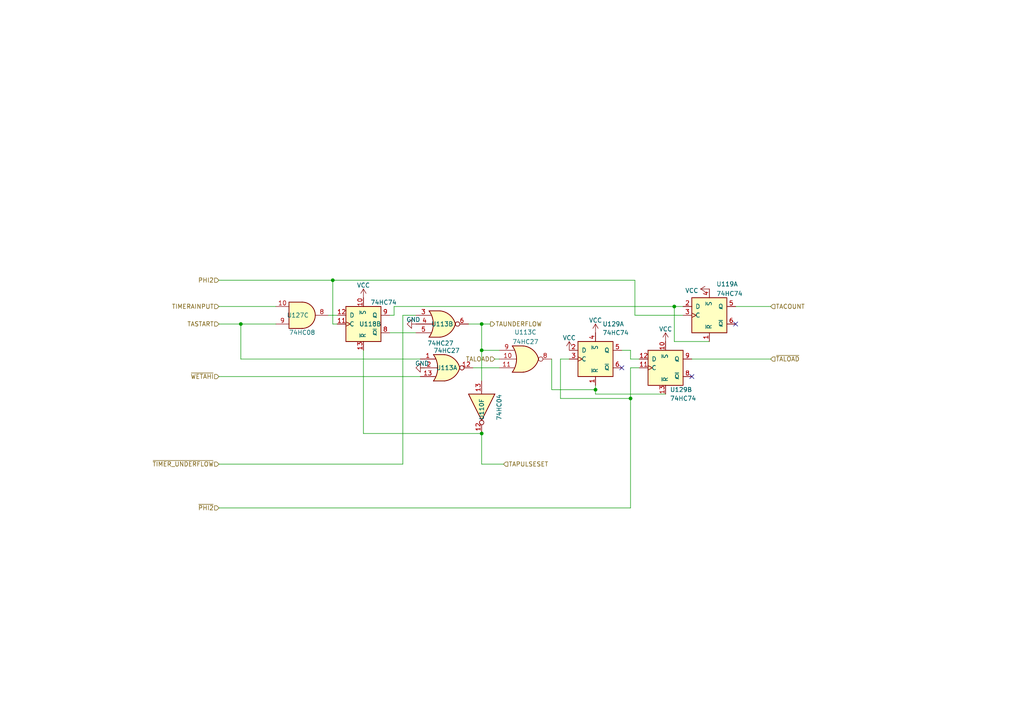
<source format=kicad_sch>
(kicad_sch (version 20211123) (generator eeschema)
  (paper "A4")
  (title_block (title "74HCT6526 Board 1") (date "2023-06-22") (rev "0.2.2") (company "Daniel Molina") (comment 1 "https://github.com/dmolinagarcia/74HCT6526"))
  (lib_symbols
    (symbol "74xx:74HC04"
      (property "Reference" "U" (at 0 1.27 0))
      (property "Value" "74HC04" (at 0 -1.27 0))
      (symbol "74HC04_1_0"
        (polyline (pts (xy -3.81 3.81) (xy -3.81 -3.81) (xy 3.81 0) (xy -3.81 3.81)) (stroke (width 0.254)) (fill (type background)))
        (pin input line (at -7.62 0 0) (length 3.81) (name "~") (number "1"))
        (pin output inverted (at 7.62 0 180) (length 3.81) (name "~") (number "2"))
      )
      (symbol "74HC04_2_0"
        (polyline (pts (xy -3.81 3.81) (xy -3.81 -3.81) (xy 3.81 0) (xy -3.81 3.81)) (stroke (width 0.254)) (fill (type background)))
        (pin input line (at -7.62 0 0) (length 3.81) (name "~") (number "3"))
        (pin output inverted (at 7.62 0 180) (length 3.81) (name "~") (number "4"))
      )
      (symbol "74HC04_3_0"
        (polyline (pts (xy -3.81 3.81) (xy -3.81 -3.81) (xy 3.81 0) (xy -3.81 3.81)) (stroke (width 0.254)) (fill (type background)))
        (pin input line (at -7.62 0 0) (length 3.81) (name "~") (number "5"))
        (pin output inverted (at 7.62 0 180) (length 3.81) (name "~") (number "6"))
      )
      (symbol "74HC04_4_0"
        (polyline (pts (xy -3.81 3.81) (xy -3.81 -3.81) (xy 3.81 0) (xy -3.81 3.81)) (stroke (width 0.254)) (fill (type background)))
        (pin output inverted (at 7.62 0 180) (length 3.81) (name "~") (number "8"))
        (pin input line (at -7.62 0 0) (length 3.81) (name "~") (number "9"))
      )
      (symbol "74HC04_5_0"
        (polyline (pts (xy -3.81 3.81) (xy -3.81 -3.81) (xy 3.81 0) (xy -3.81 3.81)) (stroke (width 0.254)) (fill (type background)))
        (pin output inverted (at 7.62 0 180) (length 3.81) (name "~") (number "10"))
        (pin input line (at -7.62 0 0) (length 3.81) (name "~") (number "11"))
      )
      (symbol "74HC04_6_0"
        (polyline (pts (xy -3.81 3.81) (xy -3.81 -3.81) (xy 3.81 0) (xy -3.81 3.81)) (stroke (width 0.254)) (fill (type background)))
        (pin output inverted (at 7.62 0 180) (length 3.81) (name "~") (number "12"))
        (pin input line (at -7.62 0 0) (length 3.81) (name "~") (number "13"))
      )
      (symbol "74HC04_7_0"
        (pin power_in line (at 0 12.7 270) (length 5.08) (name "VCC") (number "14"))
        (pin power_in line (at 0 -12.7 90) (length 5.08) (name "GND") (number "7"))
      )
      (symbol "74HC04_7_1"
        (rectangle (start -5.08 7.62) (end 5.08 -7.62) (stroke (width 0.254)) (fill (type background)))
      )
    )
    (symbol "74xx:74HC74" (pin_names (offset 1.016))
      (property "Reference" "U" (at -7.62 8.89 0))
      (property "Value" "74HC74" (at -7.62 -8.89 0))
      (symbol "74HC74_1_0"
        (pin input line (at 0 -7.62 90) (length 2.54) (name "~{R}") (number "1"))
        (pin input line (at -7.62 2.54 0) (length 2.54) (name "D") (number "2"))
        (pin input clock (at -7.62 0 0) (length 2.54) (name "C") (number "3"))
        (pin input line (at 0 7.62 270) (length 2.54) (name "~{S}") (number "4"))
        (pin output line (at 7.62 2.54 180) (length 2.54) (name "Q") (number "5"))
        (pin output line (at 7.62 -2.54 180) (length 2.54) (name "~{Q}") (number "6"))
      )
      (symbol "74HC74_1_1"
        (rectangle (start -5.08 5.08) (end 5.08 -5.08) (stroke (width 0.254)) (fill (type background)))
      )
      (symbol "74HC74_2_0"
        (pin input line (at 0 7.62 270) (length 2.54) (name "~{S}") (number "10"))
        (pin input clock (at -7.62 0 0) (length 2.54) (name "C") (number "11"))
        (pin input line (at -7.62 2.54 0) (length 2.54) (name "D") (number "12"))
        (pin input line (at 0 -7.62 90) (length 2.54) (name "~{R}") (number "13"))
        (pin output line (at 7.62 -2.54 180) (length 2.54) (name "~{Q}") (number "8"))
        (pin output line (at 7.62 2.54 180) (length 2.54) (name "Q") (number "9"))
      )
      (symbol "74HC74_2_1"
        (rectangle (start -5.08 5.08) (end 5.08 -5.08) (stroke (width 0.254)) (fill (type background)))
      )
      (symbol "74HC74_3_0"
        (pin power_in line (at 0 10.16 270) (length 2.54) (name "VCC") (number "14"))
        (pin power_in line (at 0 -10.16 90) (length 2.54) (name "GND") (number "7"))
      )
      (symbol "74HC74_3_1"
        (rectangle (start -5.08 7.62) (end 5.08 -7.62) (stroke (width 0.254)) (fill (type background)))
      )
    )
    (symbol "74xx:74LS27" (pin_names (offset 1.016))
      (property "Reference" "U" (at 0 1.27 0))
      (property "Value" "74LS27" (at 0 -1.27 0))
      (symbol "74LS27_1_1"
        (arc (start -3.81 -3.81) (mid -2.589 0) (end -3.81 3.81) (stroke (width 0.254)))
        (arc (start -0.6096 -3.81) (mid 2.1855 -2.584) (end 3.81 0) (stroke (width 0.254)) (fill (type background)))
        (polyline (pts (xy -3.81 -3.81) (xy -0.635 -3.81)) (stroke (width 0.254)) (fill (type background)))
        (polyline (pts (xy -3.81 3.81) (xy -0.635 3.81)) (stroke (width 0.254)) (fill (type background)))
        (polyline (pts (xy -0.635 3.81) (xy -3.81 3.81) (xy -3.81 3.81) (xy -3.556 3.4036) (xy -3.0226 2.2606) (xy -2.6924 1.0414) (xy -2.6162 -0.254) (xy -2.7686 -1.4986) (xy -3.175 -2.7178) (xy -3.81 -3.81) (xy -3.81 -3.81) (xy -0.635 -3.81)) (stroke (width -25.4)) (fill (type background)))
        (arc (start 3.81 0) (mid 2.1928 2.5925) (end -0.6096 3.81) (stroke (width 0.254)) (fill (type background)))
        (pin input line (at -7.62 2.54 0) (length 4.318) (name "~") (number "1"))
        (pin output inverted (at 7.62 0 180) (length 3.81) (name "~") (number "12"))
        (pin input line (at -7.62 -2.54 0) (length 4.318) (name "~") (number "13"))
        (pin input line (at -7.62 0 0) (length 4.953) (name "~") (number "2"))
      )
      (symbol "74LS27_1_2"
        (arc (start 0 -3.81) (mid 3.81 0) (end 0 3.81) (stroke (width 0.254)) (fill (type background)))
        (polyline (pts (xy 0 3.81) (xy -3.81 3.81) (xy -3.81 -3.81) (xy 0 -3.81)) (stroke (width 0.254)) (fill (type background)))
        (pin input inverted (at -7.62 2.54 0) (length 3.81) (name "~") (number "1"))
        (pin output line (at 7.62 0 180) (length 3.81) (name "~") (number "12"))
        (pin input inverted (at -7.62 -2.54 0) (length 3.81) (name "~") (number "13"))
        (pin input inverted (at -7.62 0 0) (length 3.81) (name "~") (number "2"))
      )
      (symbol "74LS27_2_1"
        (arc (start -3.81 -3.81) (mid -2.589 0) (end -3.81 3.81) (stroke (width 0.254)))
        (arc (start -0.6096 -3.81) (mid 2.1855 -2.584) (end 3.81 0) (stroke (width 0.254)) (fill (type background)))
        (polyline (pts (xy -3.81 -3.81) (xy -0.635 -3.81)) (stroke (width 0.254)) (fill (type background)))
        (polyline (pts (xy -3.81 3.81) (xy -0.635 3.81)) (stroke (width 0.254)) (fill (type background)))
        (polyline (pts (xy -0.635 3.81) (xy -3.81 3.81) (xy -3.81 3.81) (xy -3.556 3.4036) (xy -3.0226 2.2606) (xy -2.6924 1.0414) (xy -2.6162 -0.254) (xy -2.7686 -1.4986) (xy -3.175 -2.7178) (xy -3.81 -3.81) (xy -3.81 -3.81) (xy -0.635 -3.81)) (stroke (width -25.4)) (fill (type background)))
        (arc (start 3.81 0) (mid 2.1928 2.5925) (end -0.6096 3.81) (stroke (width 0.254)) (fill (type background)))
        (pin input line (at -7.62 2.54 0) (length 4.318) (name "~") (number "3"))
        (pin input line (at -7.62 0 0) (length 4.953) (name "~") (number "4"))
        (pin input line (at -7.62 -2.54 0) (length 4.318) (name "~") (number "5"))
        (pin output inverted (at 7.62 0 180) (length 3.81) (name "~") (number "6"))
      )
      (symbol "74LS27_2_2"
        (arc (start 0 -3.81) (mid 3.81 0) (end 0 3.81) (stroke (width 0.254)) (fill (type background)))
        (polyline (pts (xy 0 3.81) (xy -3.81 3.81) (xy -3.81 -3.81) (xy 0 -3.81)) (stroke (width 0.254)) (fill (type background)))
        (pin input inverted (at -7.62 2.54 0) (length 3.81) (name "~") (number "3"))
        (pin input inverted (at -7.62 0 0) (length 3.81) (name "~") (number "4"))
        (pin input inverted (at -7.62 -2.54 0) (length 3.81) (name "~") (number "5"))
        (pin output line (at 7.62 0 180) (length 3.81) (name "~") (number "6"))
      )
      (symbol "74LS27_3_1"
        (arc (start -3.81 -3.81) (mid -2.589 0) (end -3.81 3.81) (stroke (width 0.254)))
        (arc (start -0.6096 -3.81) (mid 2.1855 -2.584) (end 3.81 0) (stroke (width 0.254)) (fill (type background)))
        (polyline (pts (xy -3.81 -3.81) (xy -0.635 -3.81)) (stroke (width 0.254)) (fill (type background)))
        (polyline (pts (xy -3.81 3.81) (xy -0.635 3.81)) (stroke (width 0.254)) (fill (type background)))
        (polyline (pts (xy -0.635 3.81) (xy -3.81 3.81) (xy -3.81 3.81) (xy -3.556 3.4036) (xy -3.0226 2.2606) (xy -2.6924 1.0414) (xy -2.6162 -0.254) (xy -2.7686 -1.4986) (xy -3.175 -2.7178) (xy -3.81 -3.81) (xy -3.81 -3.81) (xy -0.635 -3.81)) (stroke (width -25.4)) (fill (type background)))
        (arc (start 3.81 0) (mid 2.1928 2.5925) (end -0.6096 3.81) (stroke (width 0.254)) (fill (type background)))
        (pin input line (at -7.62 0 0) (length 4.953) (name "~") (number "10"))
        (pin input line (at -7.62 -2.54 0) (length 4.318) (name "~") (number "11"))
        (pin output inverted (at 7.62 0 180) (length 3.81) (name "~") (number "8"))
        (pin input line (at -7.62 2.54 0) (length 4.318) (name "~") (number "9"))
      )
      (symbol "74LS27_3_2"
        (arc (start 0 -3.81) (mid 3.81 0) (end 0 3.81) (stroke (width 0.254)) (fill (type background)))
        (polyline (pts (xy 0 3.81) (xy -3.81 3.81) (xy -3.81 -3.81) (xy 0 -3.81)) (stroke (width 0.254)) (fill (type background)))
        (pin input inverted (at -7.62 0 0) (length 3.81) (name "~") (number "10"))
        (pin input inverted (at -7.62 -2.54 0) (length 3.81) (name "~") (number "11"))
        (pin output line (at 7.62 0 180) (length 3.81) (name "~") (number "8"))
        (pin input inverted (at -7.62 2.54 0) (length 3.81) (name "~") (number "9"))
      )
      (symbol "74LS27_4_0"
        (pin power_in line (at 0 12.7 270) (length 5.08) (name "VCC") (number "14"))
        (pin power_in line (at 0 -12.7 90) (length 5.08) (name "GND") (number "7"))
      )
      (symbol "74LS27_4_1"
        (rectangle (start -5.08 7.62) (end 5.08 -7.62) (stroke (width 0.254)) (fill (type background)))
      )
    )
    (symbol "Custom 74xx:74HC08" (pin_names (offset 1.016))
      (property "Reference" "U" (at 0 1.27 0))
      (property "Value" "74HC08" (at 0 -1.27 0))
      (symbol "74HC08_1_1"
        (arc (start 0 -3.81) (mid 3.81 0) (end 0 3.81) (stroke (width 0.254)) (fill (type background)))
        (polyline (pts (xy 0 3.81) (xy -3.81 3.81) (xy -3.81 -3.81) (xy 0 -3.81)) (stroke (width 0.254)) (fill (type background)))
        (pin input line (at -7.62 2.54 0) (length 3.81) (name "~") (number "1"))
        (pin input line (at -7.62 -2.54 0) (length 3.81) (name "~") (number "2"))
        (pin output line (at 7.62 0 180) (length 3.81) (name "~") (number "3"))
      )
      (symbol "74HC08_1_2"
        (arc (start -3.81 -3.81) (mid -2.589 0) (end -3.81 3.81) (stroke (width 0.254)))
        (arc (start -0.6096 -3.81) (mid 2.1855 -2.584) (end 3.81 0) (stroke (width 0.254)) (fill (type background)))
        (polyline (pts (xy -3.81 -3.81) (xy -0.635 -3.81)) (stroke (width 0.254)) (fill (type background)))
        (polyline (pts (xy -3.81 3.81) (xy -0.635 3.81)) (stroke (width 0.254)) (fill (type background)))
        (polyline (pts (xy -0.635 3.81) (xy -3.81 3.81) (xy -3.81 3.81) (xy -3.556 3.4036) (xy -3.0226 2.2606) (xy -2.6924 1.0414) (xy -2.6162 -0.254) (xy -2.7686 -1.4986) (xy -3.175 -2.7178) (xy -3.81 -3.81) (xy -3.81 -3.81) (xy -0.635 -3.81)) (stroke (width -25.4)) (fill (type background)))
        (arc (start 3.81 0) (mid 2.1928 2.5925) (end -0.6096 3.81) (stroke (width 0.254)) (fill (type background)))
        (pin input inverted (at -7.62 2.54 0) (length 4.318) (name "~") (number "1"))
        (pin input inverted (at -7.62 -2.54 0) (length 4.318) (name "~") (number "2"))
        (pin output line (at 7.62 0 180) (length 3.81) (name "~") (number "3"))
      )
      (symbol "74HC08_2_1"
        (arc (start 0 -3.81) (mid 3.81 0) (end 0 3.81) (stroke (width 0.254)) (fill (type background)))
        (polyline (pts (xy 0 3.81) (xy -3.81 3.81) (xy -3.81 -3.81) (xy 0 -3.81)) (stroke (width 0.254)) (fill (type background)))
        (pin input line (at -7.62 2.54 0) (length 3.81) (name "~") (number "4"))
        (pin input line (at -7.62 -2.54 0) (length 3.81) (name "~") (number "5"))
        (pin output line (at 7.62 0 180) (length 3.81) (name "~") (number "6"))
      )
      (symbol "74HC08_2_2"
        (arc (start -3.81 -3.81) (mid -2.589 0) (end -3.81 3.81) (stroke (width 0.254)))
        (arc (start -0.6096 -3.81) (mid 2.1855 -2.584) (end 3.81 0) (stroke (width 0.254)) (fill (type background)))
        (polyline (pts (xy -3.81 -3.81) (xy -0.635 -3.81)) (stroke (width 0.254)) (fill (type background)))
        (polyline (pts (xy -3.81 3.81) (xy -0.635 3.81)) (stroke (width 0.254)) (fill (type background)))
        (polyline (pts (xy -0.635 3.81) (xy -3.81 3.81) (xy -3.81 3.81) (xy -3.556 3.4036) (xy -3.0226 2.2606) (xy -2.6924 1.0414) (xy -2.6162 -0.254) (xy -2.7686 -1.4986) (xy -3.175 -2.7178) (xy -3.81 -3.81) (xy -3.81 -3.81) (xy -0.635 -3.81)) (stroke (width -25.4)) (fill (type background)))
        (arc (start 3.81 0) (mid 2.1928 2.5925) (end -0.6096 3.81) (stroke (width 0.254)) (fill (type background)))
        (pin input inverted (at -7.62 2.54 0) (length 4.318) (name "~") (number "4"))
        (pin input inverted (at -7.62 -2.54 0) (length 4.318) (name "~") (number "5"))
        (pin output line (at 7.62 0 180) (length 3.81) (name "~") (number "6"))
      )
      (symbol "74HC08_3_1"
        (arc (start 0 -3.81) (mid 3.81 0) (end 0 3.81) (stroke (width 0.254)) (fill (type background)))
        (polyline (pts (xy 0 3.81) (xy -3.81 3.81) (xy -3.81 -3.81) (xy 0 -3.81)) (stroke (width 0.254)) (fill (type background)))
        (pin input line (at -7.62 -2.54 0) (length 3.81) (name "~") (number "10"))
        (pin output line (at 7.62 0 180) (length 3.81) (name "~") (number "8"))
        (pin input line (at -7.62 2.54 0) (length 3.81) (name "~") (number "9"))
      )
      (symbol "74HC08_3_2"
        (arc (start -3.81 -3.81) (mid -2.589 0) (end -3.81 3.81) (stroke (width 0.254)))
        (arc (start -0.6096 -3.81) (mid 2.1855 -2.584) (end 3.81 0) (stroke (width 0.254)) (fill (type background)))
        (polyline (pts (xy -3.81 -3.81) (xy -0.635 -3.81)) (stroke (width 0.254)) (fill (type background)))
        (polyline (pts (xy -3.81 3.81) (xy -0.635 3.81)) (stroke (width 0.254)) (fill (type background)))
        (polyline (pts (xy -0.635 3.81) (xy -3.81 3.81) (xy -3.81 3.81) (xy -3.556 3.4036) (xy -3.0226 2.2606) (xy -2.6924 1.0414) (xy -2.6162 -0.254) (xy -2.7686 -1.4986) (xy -3.175 -2.7178) (xy -3.81 -3.81) (xy -3.81 -3.81) (xy -0.635 -3.81)) (stroke (width -25.4)) (fill (type background)))
        (arc (start 3.81 0) (mid 2.1928 2.5925) (end -0.6096 3.81) (stroke (width 0.254)) (fill (type background)))
        (pin input inverted (at -7.62 -2.54 0) (length 4.318) (name "~") (number "10"))
        (pin output line (at 7.62 0 180) (length 3.81) (name "~") (number "8"))
        (pin input inverted (at -7.62 2.54 0) (length 4.318) (name "~") (number "9"))
      )
      (symbol "74HC08_4_1"
        (arc (start 0 -3.81) (mid 3.81 0) (end 0 3.81) (stroke (width 0.254)) (fill (type background)))
        (polyline (pts (xy 0 3.81) (xy -3.81 3.81) (xy -3.81 -3.81) (xy 0 -3.81)) (stroke (width 0.254)) (fill (type background)))
        (pin output line (at 7.62 0 180) (length 3.81) (name "~") (number "11"))
        (pin input line (at -7.62 2.54 0) (length 3.81) (name "~") (number "12"))
        (pin input line (at -7.62 -2.54 0) (length 3.81) (name "~") (number "13"))
      )
      (symbol "74HC08_4_2"
        (arc (start -3.81 -3.81) (mid -2.589 0) (end -3.81 3.81) (stroke (width 0.254)))
        (arc (start -0.6096 -3.81) (mid 2.1855 -2.584) (end 3.81 0) (stroke (width 0.254)) (fill (type background)))
        (polyline (pts (xy -3.81 -3.81) (xy -0.635 -3.81)) (stroke (width 0.254)) (fill (type background)))
        (polyline (pts (xy -3.81 3.81) (xy -0.635 3.81)) (stroke (width 0.254)) (fill (type background)))
        (polyline (pts (xy -0.635 3.81) (xy -3.81 3.81) (xy -3.81 3.81) (xy -3.556 3.4036) (xy -3.0226 2.2606) (xy -2.6924 1.0414) (xy -2.6162 -0.254) (xy -2.7686 -1.4986) (xy -3.175 -2.7178) (xy -3.81 -3.81) (xy -3.81 -3.81) (xy -0.635 -3.81)) (stroke (width -25.4)) (fill (type background)))
        (arc (start 3.81 0) (mid 2.1928 2.5925) (end -0.6096 3.81) (stroke (width 0.254)) (fill (type background)))
        (pin output line (at 7.62 0 180) (length 3.81) (name "~") (number "11"))
        (pin input inverted (at -7.62 2.54 0) (length 4.318) (name "~") (number "12"))
        (pin input inverted (at -7.62 -2.54 0) (length 4.318) (name "~") (number "13"))
      )
      (symbol "74HC08_5_0"
        (pin power_in line (at 0 12.7 270) (length 5.08) (name "VCC") (number "14"))
        (pin power_in line (at 0 -12.7 90) (length 5.08) (name "GND") (number "7"))
      )
      (symbol "74HC08_5_1"
        (rectangle (start -5.08 7.62) (end 5.08 -7.62) (stroke (width 0.254)) (fill (type background)))
      )
    )
    (symbol "power:GND" (power) (pin_names (offset 0))
      (property "Value" "GND" (at 0 -3.81 0))
      (symbol "GND_0_1"
        (polyline (pts (xy 0 0) (xy 0 -1.27) (xy 1.27 -1.27) (xy 0 -2.54) (xy -1.27 -1.27) (xy 0 -1.27)))
      )
      (symbol "GND_1_1"
        (pin power_in line (at 0 0 270) (length 0) hide (name "GND") (number "1"))
      )
    )
    (symbol "power:VCC" (power) (pin_names (offset 0))
      (property "Value" "VCC" (at 0 3.81 0))
      (symbol "VCC_0_1"
        (polyline (pts (xy -0.762 1.27) (xy 0 2.54)))
        (polyline (pts (xy 0 0) (xy 0 2.54)))
        (polyline (pts (xy 0 2.54) (xy 0.762 1.27)))
      )
      (symbol "VCC_1_1"
        (pin power_in line (at 0 0 90) (length 0) hide (name "VCC") (number "1"))
      )
    )
  )
  (junction (at 195.58 88.9))
  (junction (at 96.52 81.28))
  (junction (at 182.88 115.57))
  (junction (at 139.7 93.98))
  (junction (at 139.7 101.6))
  (junction (at 172.72 113.03))
  (junction (at 69.85 93.98))
  (junction (at 139.7 125.73))
  (no_connect (at 213.36 93.98))
  (no_connect (at 180.34 106.68))
  (no_connect (at 200.66 109.22))
  (wire (pts (xy 180.34 101.6) (xy 182.88 101.6)))
  (wire (pts (xy 97.79 93.98) (xy 96.52 93.98)))
  (wire (pts (xy 162.56 115.57) (xy 182.88 115.57)))
  (wire (pts (xy 63.5 147.32) (xy 182.88 147.32)))
  (wire (pts (xy 139.7 134.62) (xy 146.05 134.62)))
  (wire (pts (xy 182.88 115.57) (xy 182.88 106.68)))
  (wire (pts (xy 162.56 104.14) (xy 165.1 104.14)))
  (wire (pts (xy 105.41 125.73) (xy 139.7 125.73)))
  (wire (pts (xy 121.92 106.68) (xy 123.19 106.68)))
  (wire (pts (xy 172.72 113.03) (xy 172.72 111.76)))
  (wire (pts (xy 139.7 101.6) (xy 139.7 93.98)))
  (wire (pts (xy 105.41 101.6) (xy 105.41 125.73)))
  (wire (pts (xy 182.88 104.14) (xy 185.42 104.14)))
  (wire (pts (xy 113.03 96.52) (xy 120.65 96.52)))
  (wire (pts (xy 160.02 113.03) (xy 172.72 113.03)))
  (wire (pts (xy 143.51 104.14) (xy 144.78 104.14)))
  (wire (pts (xy 162.56 115.57) (xy 162.56 104.14)))
  (wire (pts (xy 114.3 88.9) (xy 195.58 88.9)))
  (wire (pts (xy 95.25 91.44) (xy 97.79 91.44)))
  (wire (pts (xy 160.02 104.14) (xy 160.02 113.03)))
  (wire (pts (xy 63.5 81.28) (xy 96.52 81.28)))
  (wire (pts (xy 182.88 106.68) (xy 185.42 106.68)))
  (wire (pts (xy 96.52 93.98) (xy 96.52 81.28)))
  (wire (pts (xy 69.85 104.14) (xy 69.85 93.98)))
  (wire (pts (xy 96.52 81.28) (xy 184.15 81.28)))
  (wire (pts (xy 213.36 88.9) (xy 223.52 88.9)))
  (wire (pts (xy 172.72 114.3) (xy 172.72 113.03)))
  (wire (pts (xy 182.88 101.6) (xy 182.88 104.14)))
  (wire (pts (xy 116.84 91.44) (xy 120.65 91.44)))
  (wire (pts (xy 137.16 106.68) (xy 144.78 106.68)))
  (wire (pts (xy 135.89 93.98) (xy 139.7 93.98)))
  (wire (pts (xy 195.58 99.06) (xy 205.74 99.06)))
  (wire (pts (xy 121.92 104.14) (xy 69.85 104.14)))
  (wire (pts (xy 193.04 114.3) (xy 172.72 114.3)))
  (wire (pts (xy 139.7 101.6) (xy 139.7 110.49)))
  (wire (pts (xy 195.58 88.9) (xy 195.58 99.06)))
  (wire (pts (xy 139.7 93.98) (xy 142.24 93.98)))
  (wire (pts (xy 139.7 125.73) (xy 139.7 134.62)))
  (wire (pts (xy 63.5 93.98) (xy 69.85 93.98)))
  (wire (pts (xy 113.03 91.44) (xy 114.3 91.44)))
  (wire (pts (xy 114.3 91.44) (xy 114.3 88.9)))
  (wire (pts (xy 195.58 88.9) (xy 198.12 88.9)))
  (wire (pts (xy 184.15 81.28) (xy 184.15 91.44)))
  (wire (pts (xy 63.5 109.22) (xy 121.92 109.22)))
  (wire (pts (xy 184.15 91.44) (xy 198.12 91.44)))
  (wire (pts (xy 63.5 134.62) (xy 116.84 134.62)))
  (wire (pts (xy 200.66 104.14) (xy 223.52 104.14)))
  (wire (pts (xy 69.85 93.98) (xy 80.01 93.98)))
  (wire (pts (xy 63.5 88.9) (xy 80.01 88.9)))
  (wire (pts (xy 139.7 101.6) (xy 144.78 101.6)))
  (wire (pts (xy 182.88 115.57) (xy 182.88 147.32)))
  (wire (pts (xy 116.84 91.44) (xy 116.84 134.62)))
  (hierarchical_label "TAUNDERFLOW" (shape output) (at 142.24 93.98 0))
  (hierarchical_label "TIMERAINPUT" (shape input) (at 63.5 88.9 180))
  (hierarchical_label "TALOAD" (shape input) (at 143.51 104.14 180))
  (hierarchical_label "~{WETAHI}" (shape input) (at 63.5 109.22 180))
  (hierarchical_label "~{TALOAD}" (shape input) (at 223.52 104.14 0))
  (hierarchical_label "TACOUNT" (shape input) (at 223.52 88.9 0))
  (hierarchical_label "TASTART" (shape input) (at 63.5 93.98 180))
  (hierarchical_label "PHI2" (shape input) (at 63.5 81.28 180))
  (hierarchical_label "TAPULSESET" (shape input) (at 146.05 134.62 0))
  (hierarchical_label "~{PHI2}" (shape input) (at 63.5 147.32 180))
  (hierarchical_label "~{TIMER_UNDERFLOW}" (shape input) (at 63.5 134.62 180))
  (symbol (lib_id "power:VCC") (at 105.41 86.36 0) (unit 1)
    (property "Reference" "#PWR0127" (effects hide))
    (property "Value" "VCC" (at 105.41 82.7555 0))
  )
  (symbol (lib_id "74xx:74LS27") (at 129.54 106.68 0) (unit 1)
    (property "Reference" "U113" (at 129.54 106.68 0))
    (property "Value" "74HC27" (at 129.54 101.6786 0))
    (property "Footprint" "Package_SO:SO-14_3.9x8.65mm_P1.27mm" (effects hide))
    (property "Datasheet" "http://www.ti.com/lit/gpn/sn74LS27" (effects hide))
  )
  (symbol (lib_id "power:VCC") (at 193.04 99.06 0) (unit 1)
    (property "Reference" "#PWR0172" (effects hide))
    (property "Value" "VCC" (at 193.04 95.4555 0))
  )
  (symbol (lib_id "74xx:74HC74") (at 172.72 104.14 0) (unit 1)
    (property "Reference" "U129" (at 174.7394 93.98 0) (effects (justify left)))
    (property "Value" "74HC74" (at 174.7394 96.52 0) (effects (justify left)))
    (property "Footprint" "Package_SO:SO-14_3.9x8.65mm_P1.27mm" (effects hide))
    (property "Datasheet" "74xx/74hc_hct74.pdf" (effects hide))
  )
  (symbol (lib_id "74xx:74HC74") (at 105.41 93.98 0) (unit 2)
    (property "Reference" "U118" (at 104.14 93.98 0) (effects (justify left)))
    (property "Value" "74HC74" (at 107.4294 87.7086 0) (effects (justify left)))
    (property "Footprint" "Package_SO:SO-14_3.9x8.65mm_P1.27mm" (effects hide))
    (property "Datasheet" "74xx/74hc_hct74.pdf" (effects hide))
  )
  (symbol (lib_id "74xx:74HC04") (at 139.7 118.11 270) (unit 6)
    (property "Reference" "U110" (at 139.7 115.57 0) (effects (justify left)))
    (property "Value" "74HC04" (at 144.78 114.3 0) (effects (justify left)))
    (property "Footprint" "Package_SO:SOIC-14_3.9x8.7mm_P1.27mm" (effects hide))
    (property "Datasheet" "https://assets.nexperia.com/documents/data-sheet/74HC_HCT04.pdf" (effects hide))
  )
  (symbol (lib_id "power:VCC") (at 205.74 83.82 90) (unit 1)
    (property "Reference" "#PWR0137" (effects hide))
    (property "Value" "VCC" (at 202.565 84.299 90) (effects (justify left)))
  )
  (symbol (lib_id "74xx:74LS27") (at 152.4 104.14 0) (unit 3)
    (property "Reference" "U113" (at 152.4 96.3635 0))
    (property "Value" "74HC27" (at 152.4 99.1386 0))
    (property "Footprint" "Package_SO:SO-14_3.9x8.65mm_P1.27mm" (effects hide))
    (property "Datasheet" "http://www.ti.com/lit/gpn/sn74LS27" (effects hide))
  )
  (symbol (lib_id "74xx:74HC74") (at 193.04 106.68 0) (unit 2)
    (property "Reference" "U129" (at 194.31 113.03 0) (effects (justify left)))
    (property "Value" "74HC74" (at 194.31 115.57 0) (effects (justify left)))
    (property "Footprint" "Package_SO:SO-14_3.9x8.65mm_P1.27mm" (effects hide))
    (property "Datasheet" "74xx/74hc_hct74.pdf" (effects hide))
  )
  (symbol (lib_id "74xx:74HC74") (at 205.74 91.44 0) (unit 1)
    (property "Reference" "U119" (at 207.7594 82.3935 0) (effects (justify left)))
    (property "Value" "74HC74" (at 207.7594 85.1686 0) (effects (justify left)))
    (property "Footprint" "Package_SO:SO-14_3.9x8.65mm_P1.27mm" (effects hide))
    (property "Datasheet" "74xx/74hc_hct74.pdf" (effects hide))
  )
  (symbol (lib_id "Custom 74xx:74HC08") (at 87.63 91.44 0) (mirror x) (unit 3)
    (property "Reference" "U127" (at 86.36 91.44 0))
    (property "Value" "74HC08" (at 87.63 96.4414 0))
    (property "Footprint" "Package_SO:SO-14_3.9x8.65mm_P1.27mm" (effects hide))
  )
  (symbol (lib_id "power:GND") (at 123.19 106.68 270) (unit 1)
    (property "Reference" "#PWR0129" (effects hide))
    (property "Value" "GND" (at 124.46 105.41 90) (effects (justify right)))
  )
  (symbol (lib_id "74xx:74LS27") (at 128.27 93.98 0) (unit 2)
    (property "Reference" "U113" (at 128.27 93.98 0))
    (property "Value" "74HC27" (at 127.762 99.568 0))
    (property "Footprint" "Package_SO:SO-14_3.9x8.65mm_P1.27mm" (effects hide))
    (property "Datasheet" "http://www.ti.com/lit/gpn/sn74LS27" (effects hide))
  )
  (symbol (lib_id "power:VCC") (at 165.1 101.6 0) (unit 1)
    (property "Reference" "#PWR0133" (effects hide))
    (property "Value" "VCC" (at 165.1 97.9955 0))
  )
  (symbol (lib_id "power:VCC") (at 172.72 96.52 0) (unit 1)
    (property "Reference" "#PWR0134" (effects hide))
    (property "Value" "VCC" (at 172.72 92.9155 0))
  )
  (symbol (lib_id "power:GND") (at 120.65 93.98 270) (unit 1)
    (property "Reference" "#PWR0128" (effects hide))
    (property "Value" "GND" (at 121.92 92.71 90) (effects (justify right)))
  )
)
</source>
